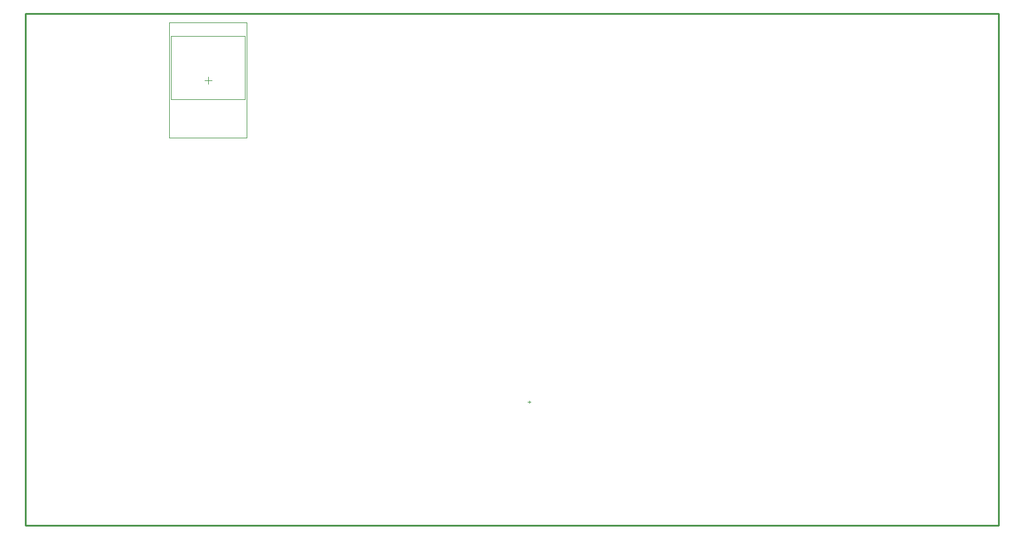
<source format=gko>
G04 Layer_Color=16711935*
%FSLAX44Y44*%
%MOMM*%
G71*
G01*
G75*
%ADD27C,0.1000*%
%ADD28C,0.2540*%
D27*
X1102900Y712750D02*
X1106900D01*
X1104900Y710750D02*
Y714750D01*
X592410Y1146480D02*
X697910D01*
X592410Y1236480D02*
X697910D01*
X592410Y1146480D02*
Y1236480D01*
X697910Y1146480D02*
Y1236480D01*
X589660Y1090980D02*
X700660D01*
X589660Y1255980D02*
X700660D01*
X589660Y1090980D02*
Y1255980D01*
X700660Y1090980D02*
Y1255980D01*
X645160Y1168480D02*
Y1178480D01*
X640160Y1173480D02*
X650160D01*
D28*
X383540Y1268730D02*
X1776730D01*
Y535940D02*
Y1268730D01*
X383540Y535940D02*
X1776730D01*
X383540D02*
Y1268730D01*
M02*

</source>
